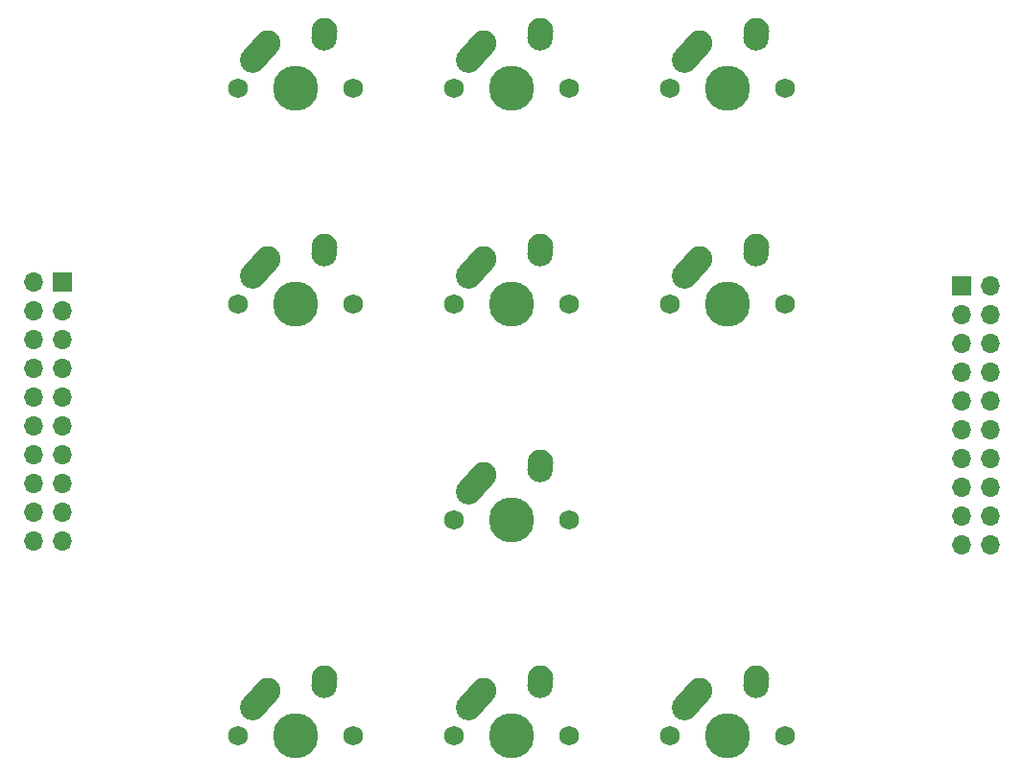
<source format=gbs>
G04 #@! TF.GenerationSoftware,KiCad,Pcbnew,(6.0.9)*
G04 #@! TF.CreationDate,2023-04-02T22:45:38-05:00*
G04 #@! TF.ProjectId,Navigation Keys,4e617669-6761-4746-996f-6e204b657973,rev?*
G04 #@! TF.SameCoordinates,Original*
G04 #@! TF.FileFunction,Soldermask,Bot*
G04 #@! TF.FilePolarity,Negative*
%FSLAX46Y46*%
G04 Gerber Fmt 4.6, Leading zero omitted, Abs format (unit mm)*
G04 Created by KiCad (PCBNEW (6.0.9)) date 2023-04-02 22:45:38*
%MOMM*%
%LPD*%
G01*
G04 APERTURE LIST*
G04 Aperture macros list*
%AMHorizOval*
0 Thick line with rounded ends*
0 $1 width*
0 $2 $3 position (X,Y) of the first rounded end (center of the circle)*
0 $4 $5 position (X,Y) of the second rounded end (center of the circle)*
0 Add line between two ends*
20,1,$1,$2,$3,$4,$5,0*
0 Add two circle primitives to create the rounded ends*
1,1,$1,$2,$3*
1,1,$1,$4,$5*%
G04 Aperture macros list end*
%ADD10C,3.987800*%
%ADD11C,1.750000*%
%ADD12C,2.250000*%
%ADD13HorizOval,2.250000X0.655001X0.730000X-0.655001X-0.730000X0*%
%ADD14HorizOval,2.250000X0.020000X0.290000X-0.020000X-0.290000X0*%
%ADD15R,1.700000X1.700000*%
%ADD16O,1.700000X1.700000*%
G04 APERTURE END LIST*
D10*
X191293750Y-127793750D03*
D11*
X196373750Y-127793750D03*
X186213750Y-127793750D03*
D12*
X188793750Y-123793750D03*
D13*
X188138751Y-124523750D03*
D14*
X193813750Y-123003750D03*
D12*
X193833750Y-122713750D03*
D11*
X148113750Y-70643750D03*
D10*
X153193750Y-70643750D03*
D11*
X158273750Y-70643750D03*
D12*
X150693750Y-66643750D03*
D13*
X150038751Y-67373750D03*
D14*
X155713750Y-65853750D03*
D12*
X155733750Y-65563750D03*
D10*
X191293750Y-70643750D03*
D11*
X186213750Y-70643750D03*
X196373750Y-70643750D03*
D13*
X188138751Y-67373750D03*
D12*
X188793750Y-66643750D03*
D14*
X193813750Y-65853750D03*
D12*
X193833750Y-65563750D03*
D15*
X211931250Y-88106250D03*
D16*
X214471250Y-88106250D03*
X211931250Y-90646250D03*
X214471250Y-90646250D03*
X211931250Y-93186250D03*
X214471250Y-93186250D03*
X211931250Y-95726250D03*
X214471250Y-95726250D03*
X211931250Y-98266250D03*
X214471250Y-98266250D03*
X211931250Y-100806250D03*
X214471250Y-100806250D03*
X211931250Y-103346250D03*
X214471250Y-103346250D03*
X211931250Y-105886250D03*
X214471250Y-105886250D03*
X211931250Y-108426250D03*
X214471250Y-108426250D03*
X211931250Y-110966250D03*
X214471250Y-110966250D03*
D11*
X177323750Y-70643750D03*
D10*
X172243750Y-70643750D03*
D11*
X167163750Y-70643750D03*
D13*
X169088751Y-67373750D03*
D12*
X169743750Y-66643750D03*
X174783750Y-65563750D03*
D14*
X174763750Y-65853750D03*
D15*
X132625000Y-87768750D03*
D16*
X130085000Y-87768750D03*
X132625000Y-90308750D03*
X130085000Y-90308750D03*
X132625000Y-92848750D03*
X130085000Y-92848750D03*
X132625000Y-95388750D03*
X130085000Y-95388750D03*
X132625000Y-97928750D03*
X130085000Y-97928750D03*
X132625000Y-100468750D03*
X130085000Y-100468750D03*
X132625000Y-103008750D03*
X130085000Y-103008750D03*
X132625000Y-105548750D03*
X130085000Y-105548750D03*
X132625000Y-108088750D03*
X130085000Y-108088750D03*
X132625000Y-110628750D03*
X130085000Y-110628750D03*
D10*
X153193750Y-127793750D03*
D11*
X158273750Y-127793750D03*
X148113750Y-127793750D03*
D12*
X150693750Y-123793750D03*
D13*
X150038751Y-124523750D03*
D14*
X155713750Y-123003750D03*
D12*
X155733750Y-122713750D03*
D10*
X153193750Y-89693750D03*
D11*
X158273750Y-89693750D03*
X148113750Y-89693750D03*
D13*
X150038751Y-86423750D03*
D12*
X150693750Y-85693750D03*
X155733750Y-84613750D03*
D14*
X155713750Y-84903750D03*
D10*
X172243750Y-89693750D03*
D11*
X177323750Y-89693750D03*
X167163750Y-89693750D03*
D13*
X169088751Y-86423750D03*
D12*
X169743750Y-85693750D03*
D14*
X174763750Y-84903750D03*
D12*
X174783750Y-84613750D03*
D10*
X191293750Y-89693750D03*
D11*
X196373750Y-89693750D03*
X186213750Y-89693750D03*
D13*
X188138751Y-86423750D03*
D12*
X188793750Y-85693750D03*
D14*
X193813750Y-84903750D03*
D12*
X193833750Y-84613750D03*
D11*
X167163750Y-108743750D03*
D10*
X172243750Y-108743750D03*
D11*
X177323750Y-108743750D03*
D13*
X169088751Y-105473750D03*
D12*
X169743750Y-104743750D03*
X174783750Y-103663750D03*
D14*
X174763750Y-103953750D03*
D10*
X172243750Y-127793750D03*
D11*
X167163750Y-127793750D03*
X177323750Y-127793750D03*
D13*
X169088751Y-124523750D03*
D12*
X169743750Y-123793750D03*
D14*
X174763750Y-123003750D03*
D12*
X174783750Y-122713750D03*
M02*

</source>
